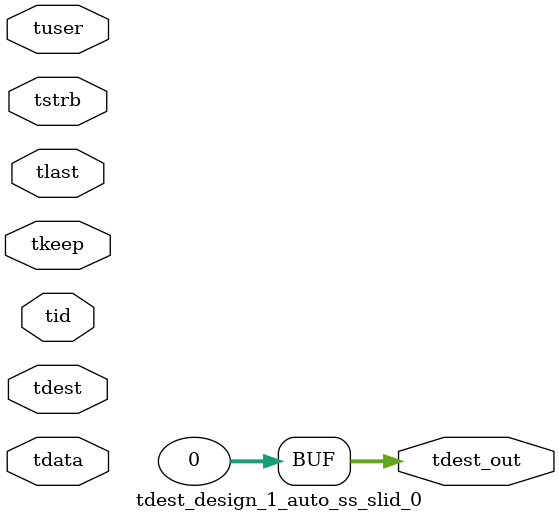
<source format=v>


`timescale 1ps/1ps

module tdest_design_1_auto_ss_slid_0 #
(
parameter C_S_AXIS_TDATA_WIDTH = 32,
parameter C_S_AXIS_TUSER_WIDTH = 0,
parameter C_S_AXIS_TID_WIDTH   = 0,
parameter C_S_AXIS_TDEST_WIDTH = 0,
parameter C_M_AXIS_TDEST_WIDTH = 32
)
(
input  [(C_S_AXIS_TDATA_WIDTH == 0 ? 1 : C_S_AXIS_TDATA_WIDTH)-1:0     ] tdata,
input  [(C_S_AXIS_TUSER_WIDTH == 0 ? 1 : C_S_AXIS_TUSER_WIDTH)-1:0     ] tuser,
input  [(C_S_AXIS_TID_WIDTH   == 0 ? 1 : C_S_AXIS_TID_WIDTH)-1:0       ] tid,
input  [(C_S_AXIS_TDEST_WIDTH == 0 ? 1 : C_S_AXIS_TDEST_WIDTH)-1:0     ] tdest,
input  [(C_S_AXIS_TDATA_WIDTH/8)-1:0 ] tkeep,
input  [(C_S_AXIS_TDATA_WIDTH/8)-1:0 ] tstrb,
input                                                                    tlast,
output [C_M_AXIS_TDEST_WIDTH-1:0] tdest_out
);

assign tdest_out = {1'b0};

endmodule


</source>
